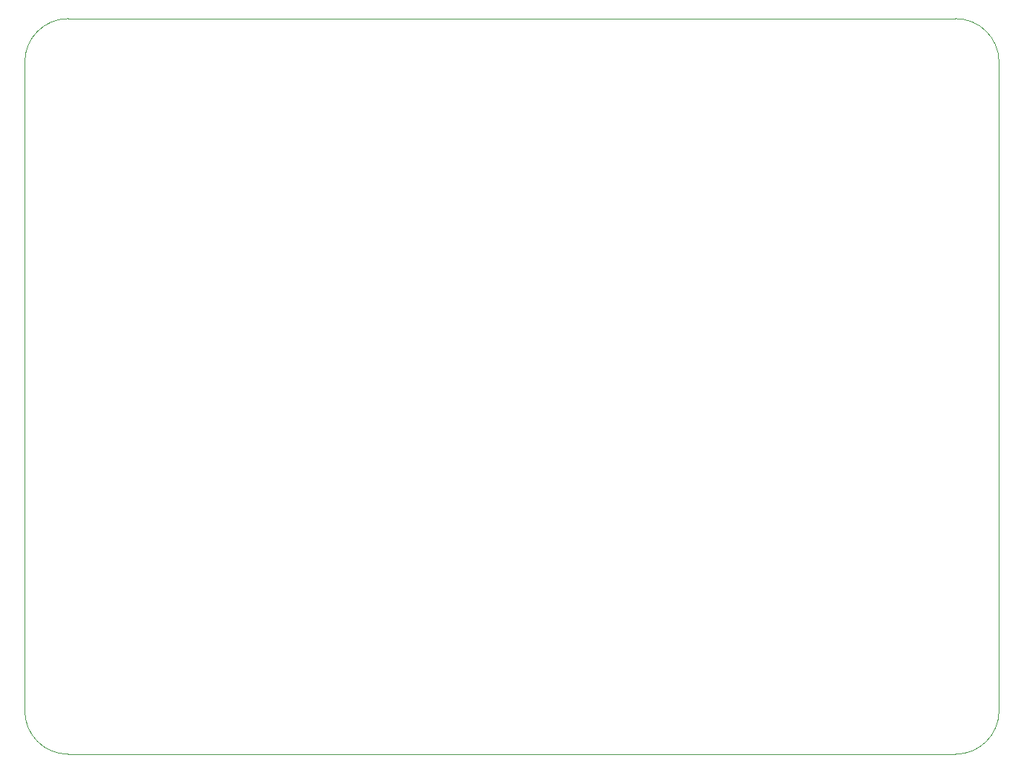
<source format=gbr>
%TF.GenerationSoftware,KiCad,Pcbnew,7.0.10*%
%TF.CreationDate,2024-02-14T13:14:13+01:00*%
%TF.ProjectId,stylophone,7374796c-6f70-4686-9f6e-652e6b696361,rev?*%
%TF.SameCoordinates,Original*%
%TF.FileFunction,Profile,NP*%
%FSLAX46Y46*%
G04 Gerber Fmt 4.6, Leading zero omitted, Abs format (unit mm)*
G04 Created by KiCad (PCBNEW 7.0.10) date 2024-02-14 13:14:13*
%MOMM*%
%LPD*%
G01*
G04 APERTURE LIST*
%TA.AperFunction,Profile*%
%ADD10C,0.100000*%
%TD*%
G04 APERTURE END LIST*
D10*
X17780000Y-106680000D02*
X17780000Y-30480000D01*
X132080000Y-30480000D02*
X132080000Y-106680000D01*
X127000000Y-111760000D02*
X22860000Y-111760000D01*
X22860000Y-25400000D02*
X127000000Y-25400000D01*
X17780000Y-106680000D02*
G75*
G03*
X22860000Y-111760000I5080000J0D01*
G01*
X132080000Y-30480000D02*
G75*
G03*
X127000000Y-25400000I-5080000J0D01*
G01*
X22860000Y-25400000D02*
G75*
G03*
X17780000Y-30480000I0J-5080000D01*
G01*
X127000000Y-111760000D02*
G75*
G03*
X132080000Y-106680000I0J5080000D01*
G01*
M02*

</source>
